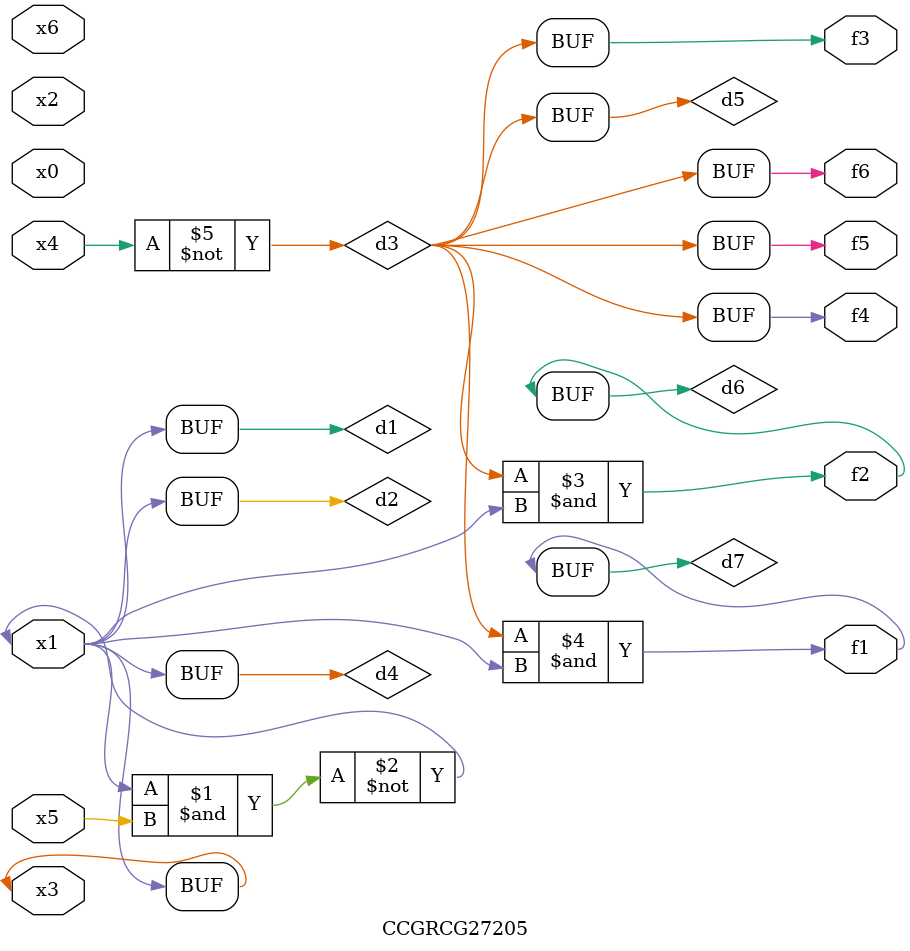
<source format=v>
module CCGRCG27205(
	input x0, x1, x2, x3, x4, x5, x6,
	output f1, f2, f3, f4, f5, f6
);

	wire d1, d2, d3, d4, d5, d6, d7;

	buf (d1, x1, x3);
	nand (d2, x1, x5);
	not (d3, x4);
	buf (d4, d1, d2);
	buf (d5, d3);
	and (d6, d3, d4);
	and (d7, d3, d4);
	assign f1 = d7;
	assign f2 = d6;
	assign f3 = d5;
	assign f4 = d5;
	assign f5 = d5;
	assign f6 = d5;
endmodule

</source>
